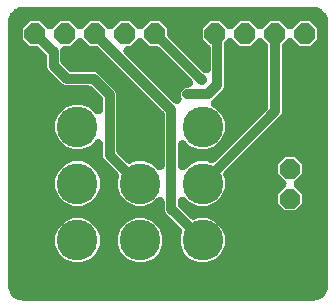
<source format=gbr>
G04 EAGLE Gerber RS-274X export*
G75*
%MOMM*%
%FSLAX34Y34*%
%LPD*%
%INBottom Copper*%
%IPPOS*%
%AMOC8*
5,1,8,0,0,1.08239X$1,22.5*%
G01*
%ADD10P,1.814519X8X292.500000*%
%ADD11C,3.450000*%
%ADD12P,1.924489X8X112.500000*%
%ADD13C,0.812800*%
%ADD14C,0.600000*%

G36*
X261137Y2520D02*
X261137Y2520D01*
X261258Y2520D01*
X262951Y2687D01*
X263152Y2721D01*
X263353Y2747D01*
X263415Y2766D01*
X263513Y2782D01*
X264055Y2956D01*
X264085Y2970D01*
X264108Y2977D01*
X267235Y4272D01*
X267340Y4325D01*
X267450Y4369D01*
X267595Y4452D01*
X267745Y4527D01*
X267842Y4594D01*
X267944Y4652D01*
X268033Y4725D01*
X268214Y4850D01*
X268463Y5079D01*
X268553Y5153D01*
X270947Y7547D01*
X271024Y7636D01*
X271109Y7718D01*
X271211Y7851D01*
X271321Y7977D01*
X271385Y8076D01*
X271457Y8169D01*
X271511Y8270D01*
X271630Y8455D01*
X271773Y8762D01*
X271828Y8865D01*
X273123Y11992D01*
X273188Y12186D01*
X273260Y12376D01*
X273272Y12439D01*
X273304Y12533D01*
X273407Y13093D01*
X273408Y13126D01*
X273413Y13149D01*
X273580Y14842D01*
X273587Y15119D01*
X273599Y15240D01*
X273599Y238660D01*
X273580Y238937D01*
X273580Y239058D01*
X273413Y240751D01*
X273379Y240952D01*
X273353Y241153D01*
X273334Y241215D01*
X273318Y241313D01*
X273144Y241855D01*
X273130Y241885D01*
X273123Y241908D01*
X271828Y245035D01*
X271775Y245140D01*
X271731Y245250D01*
X271648Y245395D01*
X271573Y245545D01*
X271506Y245642D01*
X271448Y245744D01*
X271375Y245833D01*
X271250Y246014D01*
X271021Y246263D01*
X270947Y246353D01*
X268553Y248747D01*
X268464Y248824D01*
X268382Y248909D01*
X268249Y249011D01*
X268123Y249121D01*
X268024Y249185D01*
X267931Y249257D01*
X267830Y249311D01*
X267645Y249430D01*
X267338Y249573D01*
X267235Y249628D01*
X264108Y250923D01*
X263914Y250988D01*
X263724Y251060D01*
X263661Y251072D01*
X263567Y251104D01*
X263007Y251207D01*
X262974Y251208D01*
X262951Y251213D01*
X261258Y251380D01*
X260981Y251387D01*
X260860Y251399D01*
X15240Y251399D01*
X14963Y251380D01*
X14842Y251380D01*
X13149Y251213D01*
X12948Y251179D01*
X12747Y251153D01*
X12685Y251134D01*
X12587Y251118D01*
X12045Y250944D01*
X12015Y250930D01*
X11992Y250923D01*
X8865Y249628D01*
X8760Y249575D01*
X8650Y249531D01*
X8505Y249448D01*
X8355Y249373D01*
X8258Y249306D01*
X8156Y249248D01*
X8067Y249175D01*
X7886Y249050D01*
X7637Y248821D01*
X7547Y248747D01*
X5153Y246353D01*
X5076Y246264D01*
X4991Y246182D01*
X4889Y246049D01*
X4779Y245923D01*
X4715Y245824D01*
X4643Y245731D01*
X4589Y245630D01*
X4470Y245445D01*
X4327Y245138D01*
X4272Y245035D01*
X2977Y241908D01*
X2912Y241714D01*
X2840Y241524D01*
X2828Y241461D01*
X2796Y241367D01*
X2693Y240807D01*
X2692Y240774D01*
X2687Y240751D01*
X2520Y239058D01*
X2513Y238781D01*
X2501Y238660D01*
X2501Y15240D01*
X2520Y14963D01*
X2520Y14842D01*
X2687Y13149D01*
X2721Y12948D01*
X2747Y12747D01*
X2766Y12685D01*
X2782Y12587D01*
X2956Y12045D01*
X2970Y12015D01*
X2977Y11992D01*
X4272Y8865D01*
X4325Y8760D01*
X4369Y8650D01*
X4452Y8505D01*
X4527Y8355D01*
X4594Y8258D01*
X4652Y8156D01*
X4725Y8067D01*
X4850Y7886D01*
X5079Y7637D01*
X5153Y7547D01*
X7547Y5153D01*
X7636Y5076D01*
X7718Y4991D01*
X7850Y4889D01*
X7977Y4779D01*
X8076Y4715D01*
X8169Y4643D01*
X8270Y4589D01*
X8455Y4470D01*
X8762Y4327D01*
X8865Y4272D01*
X11992Y2977D01*
X12186Y2912D01*
X12376Y2840D01*
X12439Y2828D01*
X12533Y2796D01*
X13093Y2693D01*
X13126Y2692D01*
X13149Y2687D01*
X14842Y2520D01*
X15119Y2513D01*
X15240Y2501D01*
X260860Y2501D01*
X261137Y2520D01*
G37*
%LPC*%
G36*
X163570Y34849D02*
X163570Y34849D01*
X156679Y37704D01*
X151404Y42979D01*
X148549Y49870D01*
X148549Y57330D01*
X149605Y59878D01*
X149606Y59881D01*
X149607Y59883D01*
X149694Y60144D01*
X149785Y60419D01*
X149786Y60421D01*
X149787Y60424D01*
X149837Y60700D01*
X149889Y60979D01*
X149889Y60981D01*
X149889Y60984D01*
X149901Y61273D01*
X149913Y61548D01*
X149912Y61551D01*
X149912Y61554D01*
X149885Y61829D01*
X149857Y62115D01*
X149856Y62118D01*
X149856Y62121D01*
X149789Y62392D01*
X149722Y62669D01*
X149721Y62671D01*
X149720Y62674D01*
X149612Y62943D01*
X149511Y63198D01*
X149509Y63200D01*
X149508Y63203D01*
X149367Y63449D01*
X149228Y63693D01*
X149226Y63695D01*
X149225Y63697D01*
X149216Y63708D01*
X148879Y64143D01*
X148778Y64240D01*
X148724Y64306D01*
X138135Y74895D01*
X135998Y77032D01*
X135151Y79077D01*
X135151Y86124D01*
X135143Y86239D01*
X135145Y86354D01*
X135123Y86523D01*
X135111Y86693D01*
X135087Y86805D01*
X135073Y86920D01*
X135028Y87084D01*
X134992Y87250D01*
X134953Y87358D01*
X134922Y87469D01*
X134855Y87625D01*
X134796Y87785D01*
X134742Y87887D01*
X134696Y87992D01*
X134608Y88137D01*
X134528Y88287D01*
X134460Y88380D01*
X134400Y88479D01*
X134292Y88610D01*
X134191Y88747D01*
X134111Y88830D01*
X134038Y88919D01*
X133912Y89034D01*
X133794Y89155D01*
X133703Y89226D01*
X133618Y89304D01*
X133478Y89400D01*
X133343Y89504D01*
X133243Y89561D01*
X133148Y89626D01*
X132996Y89702D01*
X132848Y89786D01*
X132741Y89829D01*
X132638Y89880D01*
X132477Y89934D01*
X132319Y89997D01*
X132206Y90024D01*
X132097Y90060D01*
X131930Y90091D01*
X131765Y90131D01*
X131650Y90142D01*
X131537Y90163D01*
X131367Y90169D01*
X131198Y90186D01*
X131083Y90181D01*
X130967Y90186D01*
X130798Y90169D01*
X130628Y90161D01*
X130515Y90140D01*
X130400Y90129D01*
X130235Y90088D01*
X130068Y90057D01*
X129959Y90021D01*
X129847Y89993D01*
X129689Y89930D01*
X129528Y89876D01*
X129425Y89824D01*
X129318Y89782D01*
X129171Y89697D01*
X129019Y89621D01*
X128924Y89555D01*
X128824Y89498D01*
X128735Y89425D01*
X128550Y89297D01*
X128306Y89072D01*
X128215Y88997D01*
X124921Y85704D01*
X118030Y82849D01*
X110570Y82849D01*
X103679Y85704D01*
X98404Y90979D01*
X95549Y97870D01*
X95549Y105330D01*
X96084Y106621D01*
X96085Y106623D01*
X96086Y106626D01*
X96142Y106795D01*
X96190Y106915D01*
X96210Y106998D01*
X96265Y107161D01*
X96265Y107164D01*
X96266Y107167D01*
X96313Y107422D01*
X96324Y107468D01*
X96327Y107500D01*
X96368Y107722D01*
X96368Y107724D01*
X96369Y107727D01*
X96380Y108016D01*
X96392Y108291D01*
X96391Y108294D01*
X96392Y108296D01*
X96364Y108572D01*
X96336Y108858D01*
X96335Y108861D01*
X96335Y108863D01*
X96268Y109135D01*
X96201Y109412D01*
X96200Y109414D01*
X96199Y109417D01*
X96098Y109670D01*
X95990Y109941D01*
X95989Y109943D01*
X95988Y109946D01*
X95844Y110196D01*
X95707Y110435D01*
X95705Y110438D01*
X95704Y110440D01*
X95695Y110450D01*
X95358Y110886D01*
X95258Y110983D01*
X95203Y111049D01*
X83928Y122324D01*
X83081Y124369D01*
X83081Y135054D01*
X83073Y135169D01*
X83075Y135284D01*
X83053Y135453D01*
X83041Y135623D01*
X83017Y135735D01*
X83003Y135850D01*
X82958Y136014D01*
X82922Y136180D01*
X82883Y136288D01*
X82852Y136399D01*
X82785Y136555D01*
X82726Y136715D01*
X82672Y136817D01*
X82626Y136922D01*
X82538Y137067D01*
X82458Y137217D01*
X82390Y137310D01*
X82330Y137409D01*
X82222Y137540D01*
X82121Y137677D01*
X82041Y137760D01*
X81968Y137849D01*
X81842Y137964D01*
X81724Y138085D01*
X81633Y138156D01*
X81548Y138234D01*
X81408Y138330D01*
X81273Y138434D01*
X81173Y138491D01*
X81078Y138556D01*
X80926Y138632D01*
X80778Y138716D01*
X80671Y138759D01*
X80568Y138810D01*
X80407Y138864D01*
X80249Y138927D01*
X80136Y138954D01*
X80027Y138990D01*
X79860Y139021D01*
X79695Y139061D01*
X79580Y139072D01*
X79467Y139093D01*
X79297Y139099D01*
X79128Y139116D01*
X79013Y139111D01*
X78897Y139116D01*
X78728Y139099D01*
X78558Y139091D01*
X78445Y139070D01*
X78331Y139059D01*
X78165Y139018D01*
X77998Y138987D01*
X77889Y138951D01*
X77777Y138923D01*
X77619Y138860D01*
X77458Y138806D01*
X77355Y138754D01*
X77248Y138712D01*
X77101Y138627D01*
X76949Y138551D01*
X76854Y138485D01*
X76754Y138428D01*
X76665Y138355D01*
X76480Y138227D01*
X76236Y138002D01*
X76145Y137927D01*
X71921Y133704D01*
X65030Y130849D01*
X57570Y130849D01*
X50679Y133704D01*
X45404Y138979D01*
X42549Y145870D01*
X42549Y153330D01*
X45404Y160221D01*
X50679Y165496D01*
X57570Y168351D01*
X65030Y168351D01*
X71921Y165496D01*
X76145Y161273D01*
X76232Y161197D01*
X76312Y161115D01*
X76447Y161010D01*
X76575Y160899D01*
X76672Y160836D01*
X76763Y160766D01*
X76910Y160682D01*
X77053Y160589D01*
X77158Y160541D01*
X77258Y160484D01*
X77416Y160421D01*
X77570Y160349D01*
X77680Y160316D01*
X77787Y160273D01*
X77953Y160233D01*
X78115Y160184D01*
X78229Y160166D01*
X78341Y160139D01*
X78511Y160123D01*
X78678Y160097D01*
X78793Y160095D01*
X78908Y160084D01*
X79078Y160091D01*
X79248Y160089D01*
X79362Y160104D01*
X79478Y160109D01*
X79645Y160140D01*
X79813Y160161D01*
X79925Y160192D01*
X80038Y160213D01*
X80199Y160267D01*
X80363Y160312D01*
X80469Y160357D01*
X80578Y160394D01*
X80730Y160470D01*
X80886Y160537D01*
X80984Y160597D01*
X81087Y160649D01*
X81227Y160746D01*
X81372Y160834D01*
X81461Y160907D01*
X81556Y160973D01*
X81681Y161088D01*
X81813Y161196D01*
X81890Y161281D01*
X81975Y161359D01*
X82083Y161491D01*
X82198Y161616D01*
X82263Y161711D01*
X82336Y161800D01*
X82424Y161946D01*
X82520Y162086D01*
X82572Y162189D01*
X82631Y162287D01*
X82698Y162443D01*
X82774Y162596D01*
X82810Y162705D01*
X82856Y162811D01*
X82900Y162975D01*
X82954Y163137D01*
X82975Y163250D01*
X83005Y163361D01*
X83016Y163476D01*
X83056Y163697D01*
X83070Y164029D01*
X83081Y164146D01*
X83081Y172542D01*
X83077Y172602D01*
X83079Y172663D01*
X83057Y172886D01*
X83041Y173110D01*
X83029Y173170D01*
X83023Y173229D01*
X82969Y173448D01*
X82922Y173668D01*
X82902Y173724D01*
X82887Y173783D01*
X82804Y173992D01*
X82726Y174203D01*
X82698Y174256D01*
X82676Y174312D01*
X82564Y174507D01*
X82458Y174705D01*
X82422Y174754D01*
X82392Y174806D01*
X82317Y174897D01*
X82121Y175165D01*
X81964Y175326D01*
X81891Y175415D01*
X73815Y183491D01*
X73770Y183531D01*
X73729Y183575D01*
X73555Y183717D01*
X73385Y183865D01*
X73334Y183898D01*
X73288Y183936D01*
X73095Y184053D01*
X72907Y184175D01*
X72852Y184200D01*
X72800Y184231D01*
X72594Y184320D01*
X72390Y184415D01*
X72332Y184432D01*
X72277Y184456D01*
X72060Y184514D01*
X71845Y184580D01*
X71785Y184589D01*
X71727Y184605D01*
X71610Y184616D01*
X71282Y184667D01*
X71057Y184670D01*
X70942Y184681D01*
X51298Y184681D01*
X49252Y185528D01*
X36502Y198278D01*
X36164Y199096D01*
X36164Y199097D01*
X36163Y199097D01*
X35655Y200324D01*
X35655Y208792D01*
X35651Y208852D01*
X35653Y208913D01*
X35631Y209136D01*
X35615Y209360D01*
X35603Y209420D01*
X35597Y209479D01*
X35543Y209698D01*
X35496Y209918D01*
X35476Y209974D01*
X35461Y210033D01*
X35378Y210242D01*
X35300Y210453D01*
X35272Y210506D01*
X35250Y210562D01*
X35138Y210757D01*
X35032Y210955D01*
X34996Y211004D01*
X34966Y211056D01*
X34891Y211147D01*
X34695Y211415D01*
X34538Y211576D01*
X34465Y211665D01*
X29111Y217019D01*
X29066Y217059D01*
X29025Y217103D01*
X28851Y217245D01*
X28681Y217393D01*
X28630Y217426D01*
X28584Y217464D01*
X28391Y217581D01*
X28203Y217703D01*
X28148Y217728D01*
X28096Y217759D01*
X27890Y217848D01*
X27686Y217943D01*
X27628Y217960D01*
X27573Y217984D01*
X27356Y218042D01*
X27141Y218108D01*
X27081Y218117D01*
X27023Y218133D01*
X26906Y218144D01*
X26578Y218195D01*
X26353Y218198D01*
X26238Y218209D01*
X21096Y218209D01*
X15009Y224296D01*
X15009Y232904D01*
X21096Y238991D01*
X29704Y238991D01*
X35227Y233468D01*
X35401Y233317D01*
X35570Y233161D01*
X35616Y233130D01*
X35657Y233094D01*
X35850Y232969D01*
X36040Y232839D01*
X36089Y232814D01*
X36135Y232784D01*
X36344Y232687D01*
X36550Y232585D01*
X36602Y232568D01*
X36652Y232544D01*
X36872Y232478D01*
X37091Y232405D01*
X37145Y232395D01*
X37197Y232379D01*
X37424Y232344D01*
X37651Y232303D01*
X37706Y232300D01*
X37760Y232292D01*
X37990Y232289D01*
X38221Y232280D01*
X38275Y232285D01*
X38330Y232284D01*
X38558Y232313D01*
X38787Y232336D01*
X38841Y232349D01*
X38895Y232356D01*
X39118Y232417D01*
X39341Y232472D01*
X39392Y232492D01*
X39445Y232507D01*
X39656Y232598D01*
X39870Y232683D01*
X39918Y232711D01*
X39968Y232733D01*
X40165Y232852D01*
X40364Y232967D01*
X40398Y232995D01*
X40454Y233029D01*
X40895Y233391D01*
X40939Y233440D01*
X40973Y233468D01*
X46496Y238991D01*
X55104Y238991D01*
X60627Y233468D01*
X60801Y233317D01*
X60970Y233161D01*
X61016Y233130D01*
X61057Y233094D01*
X61250Y232969D01*
X61440Y232839D01*
X61489Y232814D01*
X61535Y232784D01*
X61744Y232687D01*
X61950Y232585D01*
X62002Y232568D01*
X62052Y232544D01*
X62272Y232478D01*
X62491Y232405D01*
X62545Y232395D01*
X62597Y232379D01*
X62824Y232344D01*
X63051Y232303D01*
X63106Y232300D01*
X63160Y232292D01*
X63390Y232289D01*
X63621Y232280D01*
X63675Y232285D01*
X63730Y232284D01*
X63958Y232313D01*
X64187Y232336D01*
X64241Y232349D01*
X64295Y232356D01*
X64518Y232417D01*
X64741Y232472D01*
X64792Y232492D01*
X64845Y232507D01*
X65056Y232598D01*
X65270Y232683D01*
X65318Y232711D01*
X65368Y232733D01*
X65565Y232852D01*
X65764Y232967D01*
X65798Y232995D01*
X65854Y233029D01*
X66295Y233391D01*
X66339Y233440D01*
X66373Y233468D01*
X71896Y238991D01*
X80504Y238991D01*
X86027Y233468D01*
X86201Y233317D01*
X86370Y233161D01*
X86416Y233130D01*
X86457Y233094D01*
X86650Y232969D01*
X86840Y232839D01*
X86889Y232814D01*
X86935Y232784D01*
X87144Y232687D01*
X87350Y232585D01*
X87402Y232568D01*
X87452Y232544D01*
X87672Y232478D01*
X87891Y232405D01*
X87945Y232395D01*
X87997Y232379D01*
X88224Y232344D01*
X88451Y232303D01*
X88506Y232300D01*
X88560Y232292D01*
X88790Y232289D01*
X89021Y232280D01*
X89075Y232285D01*
X89130Y232284D01*
X89358Y232313D01*
X89587Y232336D01*
X89641Y232349D01*
X89695Y232356D01*
X89918Y232417D01*
X90141Y232472D01*
X90192Y232492D01*
X90245Y232507D01*
X90456Y232598D01*
X90670Y232683D01*
X90718Y232711D01*
X90768Y232733D01*
X90965Y232852D01*
X91164Y232967D01*
X91198Y232995D01*
X91254Y233029D01*
X91695Y233391D01*
X91739Y233440D01*
X91773Y233468D01*
X97296Y238991D01*
X105904Y238991D01*
X111427Y233468D01*
X111601Y233317D01*
X111770Y233161D01*
X111816Y233130D01*
X111857Y233094D01*
X112050Y232969D01*
X112240Y232839D01*
X112289Y232814D01*
X112335Y232784D01*
X112544Y232687D01*
X112750Y232585D01*
X112802Y232568D01*
X112852Y232544D01*
X113072Y232478D01*
X113291Y232405D01*
X113345Y232395D01*
X113397Y232379D01*
X113624Y232344D01*
X113851Y232303D01*
X113906Y232300D01*
X113960Y232292D01*
X114190Y232289D01*
X114421Y232280D01*
X114475Y232285D01*
X114530Y232284D01*
X114758Y232313D01*
X114987Y232336D01*
X115041Y232349D01*
X115095Y232356D01*
X115318Y232417D01*
X115541Y232472D01*
X115592Y232492D01*
X115645Y232507D01*
X115856Y232598D01*
X116070Y232683D01*
X116118Y232711D01*
X116168Y232733D01*
X116365Y232852D01*
X116564Y232967D01*
X116598Y232995D01*
X116654Y233029D01*
X117095Y233391D01*
X117139Y233440D01*
X117173Y233468D01*
X122696Y238991D01*
X131304Y238991D01*
X137391Y232904D01*
X137391Y227762D01*
X137395Y227702D01*
X137393Y227641D01*
X137415Y227418D01*
X137431Y227194D01*
X137443Y227134D01*
X137449Y227075D01*
X137503Y226856D01*
X137550Y226636D01*
X137570Y226580D01*
X137585Y226521D01*
X137668Y226312D01*
X137746Y226101D01*
X137774Y226048D01*
X137796Y225992D01*
X137908Y225797D01*
X138014Y225599D01*
X138050Y225550D01*
X138080Y225498D01*
X138155Y225407D01*
X138351Y225139D01*
X138508Y224978D01*
X138581Y224889D01*
X167331Y196139D01*
X167418Y196063D01*
X167498Y195981D01*
X167633Y195877D01*
X167761Y195765D01*
X167858Y195702D01*
X167949Y195632D01*
X168097Y195548D01*
X168239Y195455D01*
X168344Y195407D01*
X168444Y195350D01*
X168602Y195287D01*
X168756Y195215D01*
X168866Y195182D01*
X168973Y195140D01*
X169139Y195099D01*
X169301Y195050D01*
X169415Y195033D01*
X169527Y195005D01*
X169697Y194989D01*
X169864Y194963D01*
X169979Y194961D01*
X170094Y194950D01*
X170264Y194958D01*
X170434Y194955D01*
X170548Y194970D01*
X170664Y194975D01*
X170831Y195006D01*
X170999Y195027D01*
X171111Y195058D01*
X171224Y195079D01*
X171385Y195133D01*
X171549Y195178D01*
X171655Y195223D01*
X171764Y195260D01*
X171916Y195336D01*
X172072Y195404D01*
X172170Y195464D01*
X172273Y195515D01*
X172413Y195612D01*
X172558Y195700D01*
X172647Y195774D01*
X172742Y195839D01*
X172867Y195955D01*
X172999Y196062D01*
X173076Y196147D01*
X173161Y196225D01*
X173269Y196357D01*
X173384Y196482D01*
X173449Y196577D01*
X173522Y196666D01*
X173610Y196812D01*
X173706Y196952D01*
X173758Y197055D01*
X173817Y197154D01*
X173884Y197310D01*
X173960Y197462D01*
X173996Y197572D01*
X174042Y197677D01*
X174086Y197841D01*
X174140Y198003D01*
X174161Y198116D01*
X174191Y198227D01*
X174202Y198342D01*
X174242Y198563D01*
X174256Y198895D01*
X174267Y199012D01*
X174267Y215755D01*
X174263Y215815D01*
X174265Y215876D01*
X174243Y216099D01*
X174227Y216323D01*
X174215Y216383D01*
X174209Y216443D01*
X174155Y216661D01*
X174108Y216881D01*
X174088Y216937D01*
X174073Y216996D01*
X173990Y217205D01*
X173912Y217416D01*
X173884Y217469D01*
X173862Y217525D01*
X173750Y217720D01*
X173644Y217918D01*
X173608Y217967D01*
X173578Y218019D01*
X173503Y218110D01*
X173307Y218378D01*
X173150Y218539D01*
X173077Y218628D01*
X167409Y224296D01*
X167409Y232904D01*
X173496Y238991D01*
X182104Y238991D01*
X187627Y233468D01*
X187801Y233317D01*
X187970Y233161D01*
X188016Y233130D01*
X188057Y233094D01*
X188250Y232969D01*
X188440Y232839D01*
X188489Y232814D01*
X188535Y232784D01*
X188744Y232687D01*
X188950Y232585D01*
X189002Y232568D01*
X189052Y232544D01*
X189272Y232478D01*
X189491Y232405D01*
X189545Y232395D01*
X189597Y232379D01*
X189824Y232344D01*
X190051Y232303D01*
X190106Y232300D01*
X190160Y232292D01*
X190390Y232289D01*
X190621Y232280D01*
X190675Y232285D01*
X190730Y232284D01*
X190958Y232313D01*
X191187Y232336D01*
X191241Y232349D01*
X191295Y232356D01*
X191518Y232417D01*
X191741Y232472D01*
X191792Y232492D01*
X191845Y232507D01*
X192056Y232598D01*
X192270Y232683D01*
X192318Y232711D01*
X192368Y232733D01*
X192565Y232852D01*
X192764Y232967D01*
X192798Y232995D01*
X192854Y233029D01*
X193295Y233391D01*
X193339Y233440D01*
X193373Y233468D01*
X198896Y238991D01*
X207504Y238991D01*
X213027Y233468D01*
X213201Y233317D01*
X213370Y233161D01*
X213416Y233130D01*
X213457Y233094D01*
X213650Y232969D01*
X213840Y232839D01*
X213889Y232814D01*
X213935Y232784D01*
X214144Y232687D01*
X214350Y232585D01*
X214402Y232568D01*
X214452Y232544D01*
X214672Y232478D01*
X214891Y232405D01*
X214945Y232395D01*
X214997Y232379D01*
X215224Y232344D01*
X215451Y232303D01*
X215506Y232300D01*
X215560Y232292D01*
X215790Y232289D01*
X216021Y232280D01*
X216075Y232285D01*
X216130Y232284D01*
X216358Y232313D01*
X216587Y232336D01*
X216641Y232349D01*
X216695Y232356D01*
X216918Y232417D01*
X217141Y232472D01*
X217192Y232492D01*
X217245Y232507D01*
X217456Y232598D01*
X217670Y232683D01*
X217718Y232711D01*
X217768Y232733D01*
X217965Y232852D01*
X218164Y232967D01*
X218198Y232995D01*
X218254Y233029D01*
X218695Y233391D01*
X218739Y233440D01*
X218773Y233468D01*
X224296Y238991D01*
X232904Y238991D01*
X238427Y233468D01*
X238601Y233317D01*
X238770Y233161D01*
X238816Y233130D01*
X238857Y233094D01*
X239050Y232969D01*
X239240Y232839D01*
X239289Y232814D01*
X239335Y232784D01*
X239544Y232687D01*
X239750Y232585D01*
X239802Y232568D01*
X239852Y232544D01*
X240072Y232478D01*
X240291Y232405D01*
X240345Y232395D01*
X240397Y232379D01*
X240624Y232344D01*
X240851Y232303D01*
X240906Y232300D01*
X240960Y232292D01*
X241190Y232289D01*
X241421Y232280D01*
X241475Y232285D01*
X241530Y232284D01*
X241758Y232313D01*
X241987Y232336D01*
X242041Y232349D01*
X242095Y232356D01*
X242318Y232417D01*
X242541Y232472D01*
X242592Y232492D01*
X242645Y232507D01*
X242856Y232598D01*
X243070Y232683D01*
X243118Y232711D01*
X243168Y232733D01*
X243365Y232852D01*
X243564Y232967D01*
X243598Y232995D01*
X243654Y233029D01*
X244095Y233391D01*
X244139Y233440D01*
X244173Y233468D01*
X249696Y238991D01*
X258304Y238991D01*
X264391Y232904D01*
X264391Y224296D01*
X258304Y218209D01*
X249696Y218209D01*
X244173Y223732D01*
X243999Y223883D01*
X243830Y224039D01*
X243784Y224070D01*
X243743Y224106D01*
X243550Y224231D01*
X243360Y224361D01*
X243311Y224386D01*
X243265Y224416D01*
X243056Y224512D01*
X242850Y224615D01*
X242798Y224632D01*
X242748Y224656D01*
X242527Y224722D01*
X242309Y224795D01*
X242255Y224805D01*
X242203Y224821D01*
X241975Y224856D01*
X241749Y224897D01*
X241694Y224900D01*
X241640Y224908D01*
X241410Y224911D01*
X241179Y224920D01*
X241125Y224915D01*
X241070Y224916D01*
X240841Y224887D01*
X240612Y224864D01*
X240559Y224851D01*
X240505Y224844D01*
X240282Y224783D01*
X240059Y224728D01*
X240008Y224708D01*
X239955Y224693D01*
X239743Y224602D01*
X239530Y224516D01*
X239482Y224489D01*
X239432Y224467D01*
X239235Y224347D01*
X239036Y224233D01*
X239001Y224205D01*
X238946Y224171D01*
X238505Y223809D01*
X238461Y223760D01*
X238427Y223732D01*
X235355Y220660D01*
X235315Y220615D01*
X235271Y220574D01*
X235128Y220399D01*
X234981Y220230D01*
X234948Y220179D01*
X234910Y220133D01*
X234793Y219940D01*
X234671Y219752D01*
X234646Y219697D01*
X234615Y219645D01*
X234526Y219439D01*
X234431Y219235D01*
X234414Y219177D01*
X234390Y219122D01*
X234331Y218905D01*
X234266Y218690D01*
X234257Y218630D01*
X234241Y218572D01*
X234230Y218455D01*
X234179Y218127D01*
X234176Y217902D01*
X234165Y217787D01*
X234165Y161793D01*
X233318Y159748D01*
X231181Y157611D01*
X185876Y112306D01*
X185874Y112304D01*
X185872Y112302D01*
X185693Y112096D01*
X185502Y111876D01*
X185501Y111874D01*
X185499Y111872D01*
X185335Y111618D01*
X185192Y111398D01*
X185191Y111395D01*
X185190Y111393D01*
X185071Y111136D01*
X184953Y110881D01*
X184952Y110878D01*
X184951Y110876D01*
X184870Y110609D01*
X184787Y110336D01*
X184787Y110333D01*
X184786Y110330D01*
X184742Y110045D01*
X184700Y109773D01*
X184700Y109770D01*
X184700Y109767D01*
X184696Y109479D01*
X184692Y109203D01*
X184693Y109200D01*
X184693Y109197D01*
X184728Y108925D01*
X184764Y108638D01*
X184765Y108635D01*
X184766Y108632D01*
X184769Y108620D01*
X184915Y108088D01*
X184970Y107960D01*
X184995Y107878D01*
X186051Y105330D01*
X186051Y97870D01*
X183196Y90979D01*
X177921Y85704D01*
X171030Y82849D01*
X163570Y82849D01*
X156679Y85704D01*
X153217Y89165D01*
X153130Y89241D01*
X153050Y89323D01*
X152915Y89428D01*
X152787Y89539D01*
X152690Y89602D01*
X152599Y89672D01*
X152452Y89756D01*
X152309Y89849D01*
X152204Y89897D01*
X152104Y89954D01*
X151946Y90017D01*
X151792Y90089D01*
X151682Y90122D01*
X151575Y90165D01*
X151409Y90205D01*
X151247Y90254D01*
X151133Y90272D01*
X151021Y90299D01*
X150851Y90315D01*
X150684Y90341D01*
X150569Y90343D01*
X150454Y90354D01*
X150284Y90347D01*
X150114Y90349D01*
X150000Y90334D01*
X149884Y90329D01*
X149717Y90298D01*
X149549Y90277D01*
X149437Y90246D01*
X149324Y90225D01*
X149163Y90171D01*
X148999Y90126D01*
X148893Y90081D01*
X148784Y90044D01*
X148632Y89968D01*
X148476Y89901D01*
X148378Y89841D01*
X148275Y89789D01*
X148135Y89692D01*
X147990Y89604D01*
X147901Y89531D01*
X147806Y89465D01*
X147681Y89350D01*
X147549Y89242D01*
X147472Y89157D01*
X147387Y89079D01*
X147279Y88947D01*
X147164Y88822D01*
X147099Y88727D01*
X147026Y88638D01*
X146938Y88492D01*
X146842Y88352D01*
X146790Y88249D01*
X146731Y88151D01*
X146664Y87995D01*
X146588Y87842D01*
X146552Y87733D01*
X146506Y87627D01*
X146462Y87463D01*
X146408Y87301D01*
X146387Y87188D01*
X146357Y87077D01*
X146346Y86962D01*
X146306Y86741D01*
X146292Y86409D01*
X146281Y86292D01*
X146281Y84172D01*
X146285Y84112D01*
X146283Y84052D01*
X146305Y83828D01*
X146321Y83604D01*
X146333Y83544D01*
X146339Y83485D01*
X146393Y83266D01*
X146440Y83046D01*
X146460Y82990D01*
X146475Y82931D01*
X146558Y82722D01*
X146636Y82511D01*
X146664Y82458D01*
X146686Y82402D01*
X146798Y82207D01*
X146904Y82009D01*
X146940Y81960D01*
X146970Y81908D01*
X147045Y81817D01*
X147241Y81549D01*
X147398Y81388D01*
X147471Y81299D01*
X156594Y72176D01*
X156596Y72174D01*
X156598Y72172D01*
X156804Y71993D01*
X157024Y71802D01*
X157026Y71801D01*
X157028Y71799D01*
X157264Y71647D01*
X157502Y71492D01*
X157505Y71491D01*
X157507Y71490D01*
X157760Y71373D01*
X158019Y71253D01*
X158022Y71252D01*
X158024Y71251D01*
X158291Y71170D01*
X158564Y71087D01*
X158567Y71087D01*
X158570Y71086D01*
X158855Y71042D01*
X159127Y71000D01*
X159130Y71000D01*
X159133Y71000D01*
X159421Y70996D01*
X159697Y70992D01*
X159700Y70993D01*
X159703Y70993D01*
X159975Y71028D01*
X160262Y71064D01*
X160265Y71065D01*
X160268Y71066D01*
X160280Y71069D01*
X160812Y71215D01*
X160940Y71270D01*
X161022Y71295D01*
X163570Y72351D01*
X171030Y72351D01*
X177921Y69496D01*
X183196Y64221D01*
X186051Y57330D01*
X186051Y49870D01*
X183196Y42979D01*
X177921Y37704D01*
X171030Y34849D01*
X163570Y34849D01*
G37*
%LPD*%
G36*
X131148Y113021D02*
X131148Y113021D01*
X131318Y113019D01*
X131432Y113034D01*
X131548Y113039D01*
X131715Y113070D01*
X131883Y113091D01*
X131995Y113122D01*
X132108Y113143D01*
X132269Y113197D01*
X132433Y113242D01*
X132539Y113287D01*
X132648Y113324D01*
X132800Y113400D01*
X132956Y113467D01*
X133054Y113527D01*
X133157Y113579D01*
X133297Y113676D01*
X133442Y113764D01*
X133531Y113837D01*
X133626Y113903D01*
X133751Y114018D01*
X133883Y114126D01*
X133960Y114211D01*
X134045Y114289D01*
X134153Y114421D01*
X134268Y114546D01*
X134333Y114641D01*
X134406Y114730D01*
X134494Y114876D01*
X134590Y115016D01*
X134642Y115119D01*
X134701Y115217D01*
X134768Y115373D01*
X134844Y115526D01*
X134880Y115635D01*
X134926Y115741D01*
X134970Y115905D01*
X135024Y116067D01*
X135045Y116180D01*
X135075Y116291D01*
X135086Y116406D01*
X135126Y116627D01*
X135140Y116959D01*
X135151Y117076D01*
X135151Y160096D01*
X135147Y160156D01*
X135149Y160217D01*
X135127Y160440D01*
X135111Y160664D01*
X135099Y160724D01*
X135093Y160783D01*
X135039Y161002D01*
X134992Y161222D01*
X134972Y161278D01*
X134957Y161337D01*
X134874Y161546D01*
X134796Y161757D01*
X134768Y161810D01*
X134746Y161866D01*
X134634Y162061D01*
X134528Y162259D01*
X134492Y162308D01*
X134462Y162360D01*
X134387Y162451D01*
X134191Y162719D01*
X134034Y162880D01*
X133961Y162969D01*
X79911Y217019D01*
X79866Y217059D01*
X79825Y217103D01*
X79651Y217245D01*
X79481Y217393D01*
X79430Y217426D01*
X79384Y217464D01*
X79191Y217581D01*
X79003Y217703D01*
X78948Y217728D01*
X78896Y217759D01*
X78690Y217848D01*
X78486Y217943D01*
X78428Y217960D01*
X78373Y217984D01*
X78156Y218042D01*
X77941Y218108D01*
X77881Y218117D01*
X77823Y218133D01*
X77706Y218144D01*
X77378Y218195D01*
X77153Y218198D01*
X77038Y218209D01*
X71896Y218209D01*
X66373Y223732D01*
X66199Y223883D01*
X66030Y224039D01*
X65984Y224070D01*
X65943Y224106D01*
X65750Y224231D01*
X65560Y224361D01*
X65511Y224386D01*
X65465Y224416D01*
X65256Y224513D01*
X65050Y224615D01*
X64998Y224632D01*
X64948Y224656D01*
X64727Y224722D01*
X64509Y224795D01*
X64455Y224805D01*
X64403Y224821D01*
X64175Y224856D01*
X63949Y224897D01*
X63894Y224900D01*
X63840Y224908D01*
X63610Y224911D01*
X63379Y224920D01*
X63325Y224915D01*
X63270Y224916D01*
X63041Y224887D01*
X62812Y224864D01*
X62759Y224851D01*
X62705Y224844D01*
X62482Y224783D01*
X62259Y224728D01*
X62208Y224708D01*
X62155Y224693D01*
X61944Y224602D01*
X61730Y224517D01*
X61682Y224489D01*
X61632Y224467D01*
X61435Y224348D01*
X61236Y224233D01*
X61202Y224205D01*
X61146Y224171D01*
X60705Y223809D01*
X60661Y223760D01*
X60627Y223732D01*
X55104Y218209D01*
X50848Y218209D01*
X50619Y218193D01*
X50388Y218183D01*
X50334Y218173D01*
X50280Y218169D01*
X50054Y218121D01*
X49828Y218079D01*
X49776Y218062D01*
X49722Y218050D01*
X49506Y217971D01*
X49288Y217898D01*
X49239Y217873D01*
X49187Y217854D01*
X48984Y217746D01*
X48779Y217643D01*
X48733Y217612D01*
X48685Y217586D01*
X48499Y217450D01*
X48310Y217319D01*
X48269Y217282D01*
X48225Y217249D01*
X48060Y217089D01*
X47891Y216933D01*
X47856Y216890D01*
X47817Y216852D01*
X47676Y216670D01*
X47530Y216492D01*
X47502Y216444D01*
X47468Y216401D01*
X47354Y216201D01*
X47235Y216004D01*
X47213Y215954D01*
X47186Y215906D01*
X47101Y215692D01*
X47010Y215481D01*
X46996Y215428D01*
X46976Y215377D01*
X46921Y215152D01*
X46861Y214931D01*
X46857Y214887D01*
X46841Y214823D01*
X46786Y214256D01*
X46789Y214190D01*
X46785Y214146D01*
X46785Y205419D01*
X46789Y205359D01*
X46787Y205298D01*
X46809Y205075D01*
X46825Y204850D01*
X46837Y204791D01*
X46843Y204731D01*
X46897Y204513D01*
X46944Y204293D01*
X46964Y204237D01*
X46979Y204178D01*
X47062Y203969D01*
X47140Y203758D01*
X47168Y203705D01*
X47190Y203649D01*
X47302Y203454D01*
X47408Y203256D01*
X47444Y203207D01*
X47474Y203154D01*
X47549Y203063D01*
X47745Y202796D01*
X47902Y202635D01*
X47975Y202546D01*
X53520Y197001D01*
X53565Y196961D01*
X53606Y196917D01*
X53780Y196775D01*
X53950Y196627D01*
X54000Y196594D01*
X54047Y196556D01*
X54239Y196439D01*
X54428Y196317D01*
X54483Y196292D01*
X54534Y196261D01*
X54741Y196172D01*
X54945Y196077D01*
X55003Y196060D01*
X55058Y196036D01*
X55275Y195978D01*
X55490Y195912D01*
X55550Y195903D01*
X55608Y195887D01*
X55725Y195876D01*
X56053Y195825D01*
X56278Y195822D01*
X56393Y195811D01*
X76037Y195811D01*
X78082Y194964D01*
X93364Y179682D01*
X94211Y177637D01*
X94211Y129464D01*
X94215Y129404D01*
X94213Y129344D01*
X94235Y129120D01*
X94251Y128896D01*
X94263Y128836D01*
X94269Y128777D01*
X94323Y128558D01*
X94370Y128338D01*
X94390Y128282D01*
X94405Y128223D01*
X94488Y128014D01*
X94566Y127803D01*
X94594Y127750D01*
X94616Y127694D01*
X94728Y127499D01*
X94834Y127301D01*
X94870Y127252D01*
X94900Y127200D01*
X94975Y127109D01*
X95171Y126841D01*
X95328Y126680D01*
X95401Y126591D01*
X102337Y119655D01*
X102339Y119653D01*
X102340Y119651D01*
X102558Y119462D01*
X102767Y119282D01*
X102769Y119280D01*
X102771Y119278D01*
X103009Y119125D01*
X103245Y118972D01*
X103247Y118971D01*
X103250Y118969D01*
X103502Y118852D01*
X103762Y118732D01*
X103764Y118731D01*
X103767Y118730D01*
X104041Y118647D01*
X104307Y118567D01*
X104310Y118566D01*
X104312Y118565D01*
X104601Y118521D01*
X104870Y118479D01*
X104873Y118479D01*
X104876Y118479D01*
X105164Y118475D01*
X105440Y118472D01*
X105443Y118472D01*
X105445Y118472D01*
X105717Y118507D01*
X106005Y118544D01*
X106008Y118544D01*
X106010Y118545D01*
X106022Y118548D01*
X106555Y118694D01*
X106683Y118750D01*
X106765Y118774D01*
X110570Y120351D01*
X118030Y120351D01*
X124921Y117496D01*
X128215Y114203D01*
X128302Y114127D01*
X128382Y114045D01*
X128517Y113940D01*
X128645Y113829D01*
X128742Y113766D01*
X128833Y113696D01*
X128980Y113612D01*
X129123Y113519D01*
X129228Y113471D01*
X129328Y113414D01*
X129486Y113351D01*
X129640Y113279D01*
X129750Y113246D01*
X129857Y113203D01*
X130023Y113163D01*
X130185Y113114D01*
X130299Y113096D01*
X130411Y113069D01*
X130581Y113053D01*
X130748Y113027D01*
X130863Y113025D01*
X130978Y113014D01*
X131148Y113021D01*
G37*
G36*
X150349Y112851D02*
X150349Y112851D01*
X150465Y112846D01*
X150634Y112863D01*
X150804Y112871D01*
X150917Y112892D01*
X151032Y112903D01*
X151197Y112944D01*
X151364Y112975D01*
X151473Y113011D01*
X151585Y113039D01*
X151743Y113102D01*
X151904Y113156D01*
X152007Y113208D01*
X152114Y113250D01*
X152261Y113335D01*
X152413Y113411D01*
X152508Y113477D01*
X152608Y113534D01*
X152697Y113607D01*
X152882Y113735D01*
X153126Y113960D01*
X153217Y114035D01*
X156679Y117496D01*
X163570Y120351D01*
X171030Y120351D01*
X173578Y119295D01*
X173581Y119294D01*
X173583Y119293D01*
X173847Y119205D01*
X174119Y119115D01*
X174121Y119114D01*
X174124Y119113D01*
X174402Y119062D01*
X174679Y119011D01*
X174681Y119011D01*
X174684Y119011D01*
X174973Y118999D01*
X175248Y118987D01*
X175251Y118988D01*
X175254Y118988D01*
X175529Y119015D01*
X175815Y119043D01*
X175818Y119044D01*
X175821Y119044D01*
X176092Y119111D01*
X176369Y119178D01*
X176371Y119179D01*
X176374Y119180D01*
X176643Y119288D01*
X176898Y119389D01*
X176900Y119391D01*
X176903Y119392D01*
X177153Y119535D01*
X177393Y119672D01*
X177395Y119674D01*
X177397Y119675D01*
X177408Y119684D01*
X177843Y120021D01*
X177940Y120122D01*
X178006Y120176D01*
X221845Y164015D01*
X221885Y164060D01*
X221929Y164101D01*
X222071Y164275D01*
X222219Y164445D01*
X222252Y164496D01*
X222290Y164542D01*
X222407Y164735D01*
X222529Y164923D01*
X222554Y164978D01*
X222585Y165030D01*
X222674Y165236D01*
X222769Y165440D01*
X222786Y165498D01*
X222810Y165553D01*
X222868Y165770D01*
X222934Y165985D01*
X222943Y166045D01*
X222959Y166103D01*
X222970Y166220D01*
X223021Y166548D01*
X223024Y166773D01*
X223035Y166888D01*
X223035Y217787D01*
X223031Y217847D01*
X223033Y217908D01*
X223011Y218131D01*
X222995Y218355D01*
X222983Y218415D01*
X222977Y218474D01*
X222923Y218693D01*
X222876Y218913D01*
X222856Y218969D01*
X222841Y219028D01*
X222758Y219237D01*
X222680Y219448D01*
X222652Y219501D01*
X222630Y219557D01*
X222518Y219752D01*
X222412Y219950D01*
X222376Y219999D01*
X222346Y220051D01*
X222271Y220142D01*
X222075Y220410D01*
X221918Y220571D01*
X221845Y220660D01*
X218773Y223732D01*
X218599Y223883D01*
X218430Y224039D01*
X218384Y224070D01*
X218343Y224106D01*
X218150Y224231D01*
X217960Y224361D01*
X217911Y224386D01*
X217865Y224416D01*
X217656Y224513D01*
X217450Y224615D01*
X217398Y224632D01*
X217348Y224656D01*
X217127Y224722D01*
X216909Y224795D01*
X216855Y224805D01*
X216803Y224821D01*
X216575Y224856D01*
X216349Y224897D01*
X216294Y224900D01*
X216240Y224908D01*
X216010Y224911D01*
X215779Y224920D01*
X215725Y224915D01*
X215670Y224916D01*
X215441Y224887D01*
X215212Y224864D01*
X215159Y224851D01*
X215105Y224844D01*
X214882Y224783D01*
X214659Y224728D01*
X214608Y224708D01*
X214555Y224693D01*
X214344Y224602D01*
X214130Y224517D01*
X214082Y224489D01*
X214032Y224467D01*
X213835Y224348D01*
X213636Y224233D01*
X213602Y224205D01*
X213546Y224171D01*
X213105Y223809D01*
X213061Y223760D01*
X213027Y223732D01*
X207504Y218209D01*
X198896Y218209D01*
X193373Y223732D01*
X193199Y223883D01*
X193030Y224039D01*
X192984Y224070D01*
X192943Y224106D01*
X192750Y224231D01*
X192560Y224361D01*
X192511Y224386D01*
X192465Y224416D01*
X192256Y224513D01*
X192050Y224615D01*
X191998Y224632D01*
X191948Y224656D01*
X191728Y224722D01*
X191509Y224795D01*
X191455Y224805D01*
X191403Y224821D01*
X191176Y224856D01*
X190949Y224897D01*
X190894Y224900D01*
X190840Y224908D01*
X190610Y224911D01*
X190379Y224920D01*
X190325Y224915D01*
X190270Y224916D01*
X190041Y224887D01*
X189812Y224864D01*
X189759Y224851D01*
X189705Y224844D01*
X189482Y224783D01*
X189259Y224728D01*
X189208Y224708D01*
X189155Y224693D01*
X188944Y224602D01*
X188730Y224517D01*
X188682Y224489D01*
X188632Y224467D01*
X188435Y224348D01*
X188236Y224233D01*
X188202Y224205D01*
X188146Y224171D01*
X187705Y223809D01*
X187661Y223760D01*
X187627Y223732D01*
X186587Y222692D01*
X186547Y222647D01*
X186503Y222606D01*
X186361Y222432D01*
X186213Y222262D01*
X186180Y222211D01*
X186142Y222165D01*
X186025Y221972D01*
X185903Y221784D01*
X185878Y221729D01*
X185847Y221677D01*
X185758Y221471D01*
X185663Y221267D01*
X185646Y221209D01*
X185622Y221154D01*
X185564Y220937D01*
X185498Y220722D01*
X185489Y220662D01*
X185473Y220604D01*
X185462Y220487D01*
X185411Y220159D01*
X185408Y219934D01*
X185397Y219819D01*
X185397Y183805D01*
X184550Y181760D01*
X177501Y174711D01*
X175408Y172618D01*
X175295Y172488D01*
X175174Y172364D01*
X175108Y172273D01*
X175034Y172188D01*
X174940Y172043D01*
X174839Y171904D01*
X174786Y171804D01*
X174725Y171710D01*
X174652Y171553D01*
X174571Y171401D01*
X174532Y171295D01*
X174485Y171193D01*
X174434Y171027D01*
X174375Y170866D01*
X174352Y170756D01*
X174319Y170648D01*
X174293Y170477D01*
X174257Y170308D01*
X174249Y170196D01*
X174232Y170085D01*
X174230Y169912D01*
X174218Y169740D01*
X174226Y169627D01*
X174224Y169515D01*
X174246Y169344D01*
X174259Y169171D01*
X174282Y169061D01*
X174296Y168950D01*
X174342Y168783D01*
X174378Y168614D01*
X174417Y168509D01*
X174447Y168400D01*
X174515Y168242D01*
X174575Y168080D01*
X174628Y167980D01*
X174673Y167877D01*
X174763Y167730D01*
X174844Y167577D01*
X174911Y167487D01*
X174970Y167391D01*
X175079Y167257D01*
X175181Y167118D01*
X175260Y167038D01*
X175331Y166951D01*
X175459Y166834D01*
X175579Y166710D01*
X175669Y166641D01*
X175751Y166565D01*
X175894Y166468D01*
X176030Y166362D01*
X176106Y166322D01*
X176221Y166243D01*
X176714Y165997D01*
X176726Y165991D01*
X177921Y165496D01*
X183196Y160221D01*
X186051Y153330D01*
X186051Y145870D01*
X183196Y138979D01*
X177921Y133704D01*
X171030Y130849D01*
X163570Y130849D01*
X156679Y133704D01*
X153217Y137165D01*
X153130Y137241D01*
X153050Y137323D01*
X152915Y137428D01*
X152787Y137539D01*
X152690Y137602D01*
X152599Y137672D01*
X152452Y137756D01*
X152309Y137849D01*
X152204Y137897D01*
X152104Y137954D01*
X151946Y138017D01*
X151792Y138089D01*
X151682Y138122D01*
X151575Y138165D01*
X151409Y138205D01*
X151247Y138254D01*
X151133Y138272D01*
X151021Y138299D01*
X150851Y138315D01*
X150684Y138341D01*
X150569Y138343D01*
X150454Y138354D01*
X150284Y138347D01*
X150114Y138349D01*
X150000Y138334D01*
X149884Y138329D01*
X149717Y138298D01*
X149549Y138277D01*
X149437Y138246D01*
X149324Y138225D01*
X149163Y138171D01*
X148999Y138126D01*
X148893Y138081D01*
X148784Y138044D01*
X148632Y137968D01*
X148476Y137901D01*
X148378Y137841D01*
X148275Y137789D01*
X148135Y137692D01*
X147990Y137604D01*
X147901Y137531D01*
X147806Y137465D01*
X147681Y137350D01*
X147549Y137242D01*
X147472Y137157D01*
X147387Y137079D01*
X147279Y136947D01*
X147164Y136822D01*
X147099Y136727D01*
X147026Y136638D01*
X146938Y136492D01*
X146842Y136352D01*
X146790Y136249D01*
X146731Y136151D01*
X146664Y135995D01*
X146588Y135842D01*
X146552Y135733D01*
X146506Y135627D01*
X146462Y135463D01*
X146408Y135301D01*
X146387Y135188D01*
X146357Y135077D01*
X146346Y134962D01*
X146306Y134741D01*
X146292Y134409D01*
X146281Y134292D01*
X146281Y116908D01*
X146289Y116793D01*
X146287Y116678D01*
X146309Y116509D01*
X146321Y116339D01*
X146345Y116227D01*
X146359Y116112D01*
X146404Y115948D01*
X146440Y115782D01*
X146479Y115674D01*
X146510Y115563D01*
X146577Y115407D01*
X146636Y115247D01*
X146690Y115145D01*
X146736Y115040D01*
X146824Y114895D01*
X146904Y114745D01*
X146972Y114652D01*
X147032Y114553D01*
X147140Y114422D01*
X147241Y114285D01*
X147321Y114202D01*
X147394Y114113D01*
X147520Y113998D01*
X147638Y113877D01*
X147729Y113806D01*
X147814Y113728D01*
X147954Y113632D01*
X148089Y113528D01*
X148189Y113471D01*
X148284Y113406D01*
X148436Y113330D01*
X148584Y113246D01*
X148691Y113203D01*
X148794Y113152D01*
X148955Y113098D01*
X149113Y113035D01*
X149226Y113008D01*
X149335Y112972D01*
X149502Y112941D01*
X149667Y112901D01*
X149782Y112890D01*
X149895Y112869D01*
X150065Y112863D01*
X150234Y112846D01*
X150349Y112851D01*
G37*
G36*
X145442Y168924D02*
X145442Y168924D01*
X145669Y168921D01*
X145726Y168928D01*
X145784Y168929D01*
X146008Y168964D01*
X146234Y168993D01*
X146290Y169008D01*
X146347Y169017D01*
X146564Y169083D01*
X146784Y169143D01*
X146837Y169166D01*
X146892Y169183D01*
X147098Y169279D01*
X147307Y169369D01*
X147356Y169399D01*
X147408Y169423D01*
X147599Y169547D01*
X147793Y169666D01*
X147838Y169702D01*
X147886Y169734D01*
X148058Y169883D01*
X148233Y170028D01*
X148272Y170070D01*
X148316Y170108D01*
X148465Y170280D01*
X148618Y170447D01*
X148651Y170495D01*
X148689Y170539D01*
X148812Y170730D01*
X148941Y170917D01*
X148967Y170969D01*
X148998Y171017D01*
X149094Y171224D01*
X149195Y171427D01*
X149213Y171482D01*
X149237Y171534D01*
X149303Y171752D01*
X149375Y171968D01*
X149385Y172025D01*
X149402Y172080D01*
X149436Y172305D01*
X149477Y172528D01*
X149480Y172586D01*
X149488Y172643D01*
X149491Y172870D01*
X149500Y173098D01*
X149494Y173155D01*
X149495Y173213D01*
X149466Y173438D01*
X149443Y173665D01*
X149430Y173721D01*
X149422Y173778D01*
X149388Y173889D01*
X149308Y174218D01*
X149226Y174423D01*
X149193Y174532D01*
X149116Y174717D01*
X148613Y175931D01*
X148613Y178145D01*
X149460Y180190D01*
X151280Y182010D01*
X153325Y182857D01*
X155064Y182857D01*
X155179Y182865D01*
X155294Y182863D01*
X155463Y182885D01*
X155632Y182897D01*
X155745Y182921D01*
X155859Y182935D01*
X156024Y182980D01*
X156190Y183016D01*
X156298Y183055D01*
X156409Y183086D01*
X156565Y183153D01*
X156725Y183212D01*
X156826Y183266D01*
X156932Y183312D01*
X157077Y183400D01*
X157227Y183480D01*
X157320Y183548D01*
X157418Y183608D01*
X157550Y183716D01*
X157687Y183817D01*
X157770Y183897D01*
X157859Y183970D01*
X157973Y184095D01*
X158095Y184214D01*
X158166Y184305D01*
X158244Y184390D01*
X158340Y184530D01*
X158444Y184665D01*
X158501Y184765D01*
X158566Y184860D01*
X158642Y185012D01*
X158726Y185160D01*
X158769Y185267D01*
X158820Y185370D01*
X158874Y185531D01*
X158936Y185689D01*
X158964Y185801D01*
X159000Y185911D01*
X159030Y186078D01*
X159071Y186243D01*
X159082Y186358D01*
X159102Y186471D01*
X159109Y186641D01*
X159126Y186810D01*
X159121Y186925D01*
X159125Y187041D01*
X159109Y187210D01*
X159101Y187380D01*
X159080Y187493D01*
X159069Y187607D01*
X159028Y187773D01*
X158997Y187940D01*
X158961Y188049D01*
X158933Y188161D01*
X158870Y188319D01*
X158816Y188480D01*
X158764Y188583D01*
X158722Y188690D01*
X158637Y188837D01*
X158561Y188989D01*
X158495Y189084D01*
X158438Y189184D01*
X158365Y189273D01*
X158237Y189458D01*
X158012Y189702D01*
X157937Y189793D01*
X130711Y217019D01*
X130666Y217059D01*
X130625Y217103D01*
X130451Y217245D01*
X130281Y217393D01*
X130230Y217426D01*
X130184Y217464D01*
X129991Y217581D01*
X129803Y217703D01*
X129748Y217728D01*
X129696Y217759D01*
X129490Y217848D01*
X129286Y217943D01*
X129228Y217960D01*
X129173Y217984D01*
X128956Y218042D01*
X128741Y218108D01*
X128681Y218117D01*
X128623Y218133D01*
X128506Y218144D01*
X128178Y218195D01*
X127953Y218198D01*
X127838Y218209D01*
X122696Y218209D01*
X117173Y223732D01*
X116999Y223883D01*
X116830Y224039D01*
X116784Y224070D01*
X116743Y224106D01*
X116550Y224231D01*
X116360Y224361D01*
X116311Y224386D01*
X116265Y224416D01*
X116056Y224513D01*
X115850Y224615D01*
X115798Y224632D01*
X115748Y224656D01*
X115527Y224722D01*
X115309Y224795D01*
X115255Y224805D01*
X115203Y224821D01*
X114975Y224856D01*
X114749Y224897D01*
X114694Y224900D01*
X114640Y224908D01*
X114410Y224911D01*
X114179Y224920D01*
X114125Y224915D01*
X114070Y224916D01*
X113841Y224887D01*
X113612Y224864D01*
X113559Y224851D01*
X113505Y224844D01*
X113282Y224783D01*
X113059Y224728D01*
X113008Y224708D01*
X112955Y224693D01*
X112744Y224602D01*
X112530Y224517D01*
X112482Y224489D01*
X112432Y224467D01*
X112235Y224348D01*
X112036Y224233D01*
X112002Y224205D01*
X111946Y224171D01*
X111505Y223809D01*
X111461Y223760D01*
X111427Y223732D01*
X105904Y218209D01*
X104270Y218209D01*
X104155Y218201D01*
X104040Y218203D01*
X103871Y218181D01*
X103702Y218169D01*
X103589Y218145D01*
X103475Y218131D01*
X103310Y218086D01*
X103144Y218050D01*
X103036Y218011D01*
X102925Y217980D01*
X102769Y217913D01*
X102609Y217854D01*
X102508Y217800D01*
X102402Y217754D01*
X102257Y217666D01*
X102107Y217586D01*
X102014Y217518D01*
X101916Y217458D01*
X101784Y217350D01*
X101647Y217249D01*
X101564Y217169D01*
X101475Y217096D01*
X101361Y216971D01*
X101239Y216852D01*
X101168Y216761D01*
X101090Y216676D01*
X100994Y216536D01*
X100890Y216401D01*
X100833Y216301D01*
X100768Y216206D01*
X100692Y216054D01*
X100608Y215906D01*
X100565Y215799D01*
X100514Y215696D01*
X100460Y215535D01*
X100398Y215377D01*
X100370Y215264D01*
X100334Y215155D01*
X100304Y214988D01*
X100263Y214823D01*
X100252Y214708D01*
X100232Y214595D01*
X100225Y214425D01*
X100208Y214256D01*
X100213Y214141D01*
X100209Y214025D01*
X100225Y213856D01*
X100233Y213686D01*
X100254Y213573D01*
X100265Y213459D01*
X100306Y213293D01*
X100337Y213126D01*
X100373Y213017D01*
X100401Y212905D01*
X100464Y212747D01*
X100518Y212586D01*
X100570Y212483D01*
X100612Y212376D01*
X100697Y212229D01*
X100773Y212077D01*
X100839Y211982D01*
X100896Y211882D01*
X100969Y211793D01*
X101097Y211608D01*
X101322Y211364D01*
X101397Y211273D01*
X142566Y170104D01*
X142609Y170066D01*
X142648Y170024D01*
X142824Y169880D01*
X142996Y169730D01*
X143044Y169699D01*
X143089Y169663D01*
X143283Y169544D01*
X143474Y169421D01*
X143526Y169396D01*
X143576Y169366D01*
X143785Y169276D01*
X143991Y169181D01*
X144046Y169164D01*
X144099Y169141D01*
X144319Y169081D01*
X144536Y169016D01*
X144593Y169007D01*
X144649Y168992D01*
X144875Y168963D01*
X145099Y168928D01*
X145157Y168927D01*
X145214Y168920D01*
X145442Y168924D01*
G37*
%LPC*%
G36*
X57570Y82849D02*
X57570Y82849D01*
X50679Y85704D01*
X45404Y90979D01*
X42549Y97870D01*
X42549Y105330D01*
X45404Y112221D01*
X50679Y117496D01*
X57570Y120351D01*
X65030Y120351D01*
X71921Y117496D01*
X77196Y112221D01*
X80051Y105330D01*
X80051Y97870D01*
X77196Y90979D01*
X71921Y85704D01*
X65030Y82849D01*
X57570Y82849D01*
G37*
%LPD*%
%LPC*%
G36*
X110570Y34849D02*
X110570Y34849D01*
X103679Y37704D01*
X98404Y42979D01*
X95549Y49870D01*
X95549Y57330D01*
X98404Y64221D01*
X103679Y69496D01*
X110570Y72351D01*
X118030Y72351D01*
X124921Y69496D01*
X130196Y64221D01*
X133051Y57330D01*
X133051Y49870D01*
X130196Y42979D01*
X124921Y37704D01*
X118030Y34849D01*
X110570Y34849D01*
G37*
%LPD*%
%LPC*%
G36*
X57570Y34849D02*
X57570Y34849D01*
X50679Y37704D01*
X45404Y42979D01*
X42549Y49870D01*
X42549Y57330D01*
X45404Y64221D01*
X50679Y69496D01*
X57570Y72351D01*
X65030Y72351D01*
X71921Y69496D01*
X77196Y64221D01*
X80051Y57330D01*
X80051Y49870D01*
X77196Y42979D01*
X71921Y37704D01*
X65030Y34849D01*
X57570Y34849D01*
G37*
%LPD*%
%LPC*%
G36*
X237206Y79017D02*
X237206Y79017D01*
X231417Y84806D01*
X231417Y92994D01*
X237151Y98727D01*
X237302Y98901D01*
X237457Y99070D01*
X237488Y99116D01*
X237524Y99157D01*
X237649Y99350D01*
X237780Y99540D01*
X237804Y99589D01*
X237834Y99635D01*
X237931Y99844D01*
X238033Y100050D01*
X238051Y100102D01*
X238074Y100152D01*
X238141Y100373D01*
X238213Y100591D01*
X238223Y100645D01*
X238239Y100697D01*
X238274Y100925D01*
X238316Y101151D01*
X238318Y101206D01*
X238326Y101260D01*
X238330Y101490D01*
X238339Y101721D01*
X238333Y101775D01*
X238334Y101830D01*
X238305Y102059D01*
X238282Y102288D01*
X238269Y102341D01*
X238262Y102395D01*
X238201Y102618D01*
X238147Y102841D01*
X238126Y102892D01*
X238112Y102945D01*
X238020Y103156D01*
X237935Y103370D01*
X237908Y103418D01*
X237886Y103468D01*
X237766Y103665D01*
X237651Y103864D01*
X237623Y103898D01*
X237589Y103954D01*
X237227Y104395D01*
X237179Y104439D01*
X237151Y104473D01*
X231417Y110206D01*
X231417Y118394D01*
X237206Y124183D01*
X245394Y124183D01*
X251183Y118394D01*
X251183Y110206D01*
X245449Y104473D01*
X245298Y104299D01*
X245143Y104130D01*
X245112Y104084D01*
X245076Y104043D01*
X244950Y103850D01*
X244820Y103660D01*
X244796Y103611D01*
X244766Y103565D01*
X244669Y103356D01*
X244567Y103150D01*
X244549Y103098D01*
X244526Y103048D01*
X244459Y102828D01*
X244387Y102609D01*
X244377Y102555D01*
X244361Y102503D01*
X244326Y102276D01*
X244284Y102049D01*
X244282Y101994D01*
X244274Y101940D01*
X244270Y101710D01*
X244261Y101479D01*
X244267Y101425D01*
X244266Y101370D01*
X244295Y101142D01*
X244318Y100913D01*
X244331Y100859D01*
X244338Y100805D01*
X244399Y100582D01*
X244453Y100359D01*
X244474Y100308D01*
X244488Y100255D01*
X244580Y100044D01*
X244665Y99830D01*
X244692Y99782D01*
X244714Y99732D01*
X244834Y99535D01*
X244949Y99336D01*
X244977Y99302D01*
X245011Y99246D01*
X245373Y98805D01*
X245421Y98761D01*
X245449Y98727D01*
X251183Y92994D01*
X251183Y84806D01*
X245394Y79017D01*
X237206Y79017D01*
G37*
%LPD*%
D10*
X241300Y114300D03*
X241300Y88900D03*
D11*
X61300Y149600D03*
X114300Y149600D03*
X167300Y149600D03*
X61300Y101600D03*
X114300Y101600D03*
X167300Y101600D03*
X61300Y53600D03*
X114300Y53600D03*
X167300Y53600D03*
D12*
X25400Y228600D03*
X50800Y228600D03*
X76200Y228600D03*
X101600Y228600D03*
X127000Y228600D03*
X152400Y228600D03*
X177800Y228600D03*
X203200Y228600D03*
X228600Y228600D03*
X254000Y228600D03*
D13*
X228600Y162900D02*
X167300Y101600D01*
X228600Y162900D02*
X228600Y228600D01*
X41220Y212780D02*
X25400Y228600D01*
X41220Y212780D02*
X41220Y201431D01*
X52405Y190246D01*
X88646Y176530D02*
X88646Y125476D01*
X112522Y101600D01*
X114300Y101600D01*
X74930Y190246D02*
X52405Y190246D01*
X74930Y190246D02*
X88646Y176530D01*
X127000Y228600D02*
X166497Y189103D01*
D14*
X166497Y189103D03*
X28956Y174752D03*
X51308Y175260D03*
X25400Y157734D03*
X10160Y150876D03*
X12446Y183134D03*
X15494Y200152D03*
X49784Y204978D03*
X88138Y104140D03*
X35052Y73152D03*
X13970Y110744D03*
X18034Y26924D03*
X53848Y16256D03*
X20574Y47752D03*
X88392Y49784D03*
X83820Y87884D03*
X76454Y126238D03*
X76454Y174244D03*
X91948Y65786D03*
X247396Y44958D03*
X257302Y102870D03*
X267970Y135128D03*
X240030Y141986D03*
X260858Y197612D03*
X242316Y189992D03*
X267970Y185166D03*
X222504Y28448D03*
X239268Y20574D03*
X264922Y13462D03*
X268986Y71374D03*
X224028Y67310D03*
X219710Y48006D03*
X76454Y10414D03*
X11684Y11938D03*
X10668Y243586D03*
X8636Y223012D03*
X39370Y241300D03*
X68834Y248158D03*
X89408Y239776D03*
X118364Y246380D03*
X140208Y241300D03*
X165100Y246888D03*
X187706Y242316D03*
X200914Y245872D03*
X225298Y246126D03*
X215138Y241046D03*
X241808Y241554D03*
X264414Y246126D03*
X270256Y215646D03*
X260350Y209804D03*
X251460Y245618D03*
X196088Y183642D03*
X211582Y188976D03*
X152146Y124968D03*
X128524Y125476D03*
X108204Y125984D03*
X104648Y172212D03*
X100584Y185928D03*
X35306Y184912D03*
X34798Y151892D03*
X33020Y113284D03*
X12192Y81280D03*
X34036Y34798D03*
X70104Y76962D03*
X138684Y37846D03*
X139700Y62992D03*
X150876Y33274D03*
X174752Y76708D03*
X157734Y78740D03*
X96774Y34036D03*
X201930Y20828D03*
X164846Y11176D03*
X112268Y10668D03*
X138938Y9906D03*
X62992Y26416D03*
X227076Y12446D03*
X235966Y55118D03*
X254000Y71374D03*
X205740Y99060D03*
X211836Y118364D03*
X209042Y82804D03*
X269748Y115824D03*
X265938Y86360D03*
X269240Y158496D03*
X214376Y213360D03*
X199898Y210566D03*
X61722Y202438D03*
X100076Y246380D03*
X62484Y240792D03*
X191770Y104140D03*
X188976Y62738D03*
X222504Y89408D03*
X138684Y184150D03*
X151130Y187198D03*
X107442Y210566D03*
D13*
X76200Y228600D02*
X140716Y164084D01*
X140716Y80184D02*
X167300Y53600D01*
X140716Y80184D02*
X140716Y164084D01*
D14*
X154178Y177038D03*
D13*
X154432Y177292D01*
X172212Y177292D02*
X179832Y184912D01*
X179832Y226568D01*
X177800Y228600D01*
X172212Y177292D02*
X154432Y177292D01*
M02*

</source>
